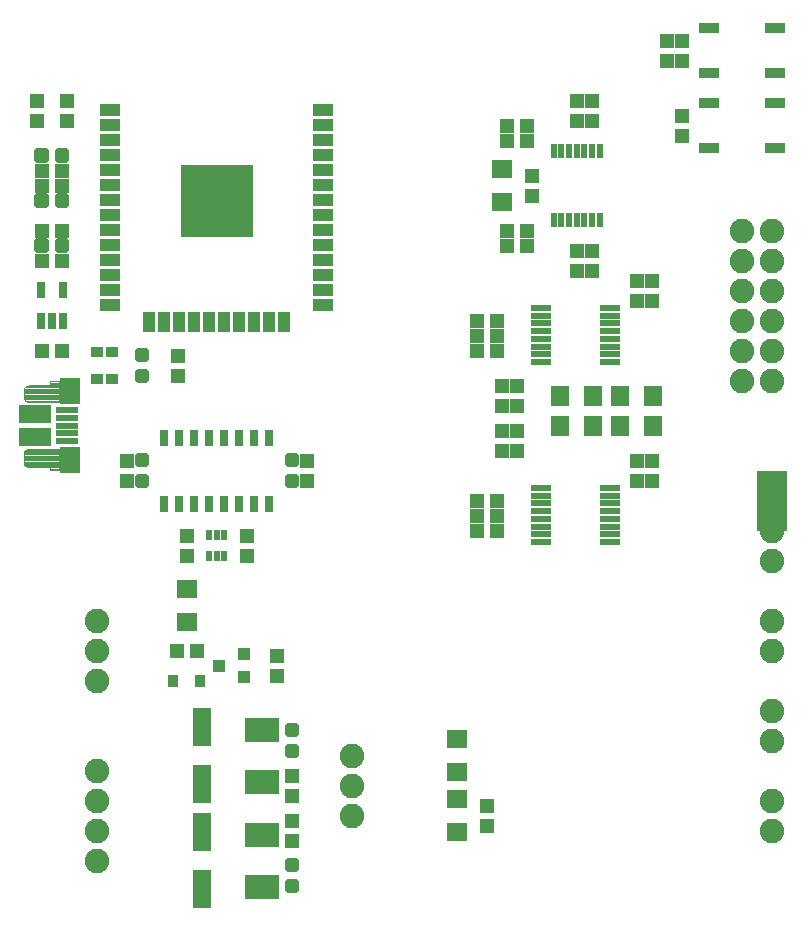
<source format=gts>
G75*
%MOIN*%
%OFA0B0*%
%FSLAX25Y25*%
%IPPOS*%
%LPD*%
%AMOC8*
5,1,8,0,0,1.08239X$1,22.5*
%
%ADD10R,0.10000X0.20000*%
%ADD11R,0.06312X0.12611*%
%ADD12R,0.04737X0.05131*%
%ADD13C,0.01990*%
%ADD14R,0.07690X0.02375*%
%ADD15R,0.06548X0.08674*%
%ADD16R,0.10643X0.06410*%
%ADD17C,0.00400*%
%ADD18R,0.01981X0.03398*%
%ADD19R,0.07099X0.02375*%
%ADD20R,0.02000X0.04700*%
%ADD21C,0.08200*%
%ADD22R,0.06706X0.04343*%
%ADD23R,0.04343X0.06706*%
%ADD24R,0.24422X0.24422*%
%ADD25R,0.03162X0.05524*%
%ADD26R,0.11430X0.07887*%
%ADD27R,0.03280X0.04068*%
%ADD28R,0.02965X0.05524*%
%ADD29R,0.05131X0.04737*%
%ADD30R,0.04068X0.03280*%
%ADD31R,0.04343X0.03950*%
%ADD32R,0.06312X0.07099*%
%ADD33R,0.07099X0.06312*%
%ADD34R,0.06800X0.03800*%
D10*
X0653333Y0141400D03*
D11*
X0463333Y0065849D03*
X0463333Y0046951D03*
X0463333Y0030849D03*
X0463333Y0011951D03*
D12*
X0493333Y0028054D03*
X0493333Y0034746D03*
X0493333Y0043054D03*
X0493333Y0049746D03*
X0488333Y0083054D03*
X0488333Y0089746D03*
X0478333Y0123054D03*
X0478333Y0129746D03*
X0458333Y0129746D03*
X0458333Y0123054D03*
X0438333Y0148054D03*
X0438333Y0154746D03*
X0455333Y0183054D03*
X0455333Y0189746D03*
X0498333Y0154746D03*
X0498333Y0148054D03*
X0563333Y0158054D03*
X0568333Y0158054D03*
X0568333Y0164746D03*
X0563333Y0164746D03*
X0563333Y0173054D03*
X0568333Y0173054D03*
X0568333Y0179746D03*
X0563333Y0179746D03*
X0608333Y0154746D03*
X0613333Y0154746D03*
X0613333Y0148054D03*
X0608333Y0148054D03*
X0608333Y0208054D03*
X0613333Y0208054D03*
X0613333Y0214746D03*
X0608333Y0214746D03*
X0593333Y0218054D03*
X0588333Y0218054D03*
X0588333Y0224746D03*
X0593333Y0224746D03*
X0573333Y0243054D03*
X0573333Y0249746D03*
X0588333Y0268054D03*
X0593333Y0268054D03*
X0593333Y0274746D03*
X0588333Y0274746D03*
X0618333Y0288054D03*
X0623333Y0288054D03*
X0623333Y0294746D03*
X0618333Y0294746D03*
X0623333Y0269746D03*
X0623333Y0263054D03*
X0418333Y0268054D03*
X0408333Y0268054D03*
X0408333Y0274746D03*
X0418333Y0274746D03*
X0558333Y0039746D03*
X0558333Y0033054D03*
D13*
X0494706Y0021226D02*
X0491960Y0021226D01*
X0494706Y0021226D02*
X0494706Y0018480D01*
X0491960Y0018480D01*
X0491960Y0021226D01*
X0491960Y0020370D02*
X0494706Y0020370D01*
X0494706Y0014320D02*
X0491960Y0014320D01*
X0494706Y0014320D02*
X0494706Y0011574D01*
X0491960Y0011574D01*
X0491960Y0014320D01*
X0491960Y0013464D02*
X0494706Y0013464D01*
X0494706Y0059320D02*
X0491960Y0059320D01*
X0494706Y0059320D02*
X0494706Y0056574D01*
X0491960Y0056574D01*
X0491960Y0059320D01*
X0491960Y0058464D02*
X0494706Y0058464D01*
X0494706Y0066226D02*
X0491960Y0066226D01*
X0494706Y0066226D02*
X0494706Y0063480D01*
X0491960Y0063480D01*
X0491960Y0066226D01*
X0491960Y0065370D02*
X0494706Y0065370D01*
X0494706Y0146574D02*
X0491960Y0146574D01*
X0491960Y0149320D01*
X0494706Y0149320D01*
X0494706Y0146574D01*
X0494706Y0148464D02*
X0491960Y0148464D01*
X0491960Y0153480D02*
X0494706Y0153480D01*
X0491960Y0153480D02*
X0491960Y0156226D01*
X0494706Y0156226D01*
X0494706Y0153480D01*
X0494706Y0155370D02*
X0491960Y0155370D01*
X0444706Y0153480D02*
X0441960Y0153480D01*
X0441960Y0156226D01*
X0444706Y0156226D01*
X0444706Y0153480D01*
X0444706Y0155370D02*
X0441960Y0155370D01*
X0441960Y0146574D02*
X0444706Y0146574D01*
X0441960Y0146574D02*
X0441960Y0149320D01*
X0444706Y0149320D01*
X0444706Y0146574D01*
X0444706Y0148464D02*
X0441960Y0148464D01*
X0441960Y0184320D02*
X0444706Y0184320D01*
X0444706Y0181574D01*
X0441960Y0181574D01*
X0441960Y0184320D01*
X0441960Y0183464D02*
X0444706Y0183464D01*
X0444706Y0191226D02*
X0441960Y0191226D01*
X0444706Y0191226D02*
X0444706Y0188480D01*
X0441960Y0188480D01*
X0441960Y0191226D01*
X0441960Y0190370D02*
X0444706Y0190370D01*
X0415413Y0225027D02*
X0415413Y0227773D01*
X0418159Y0227773D01*
X0418159Y0225027D01*
X0415413Y0225027D01*
X0415413Y0226917D02*
X0418159Y0226917D01*
X0408508Y0227773D02*
X0408508Y0225027D01*
X0408508Y0227773D02*
X0411254Y0227773D01*
X0411254Y0225027D01*
X0408508Y0225027D01*
X0408508Y0226917D02*
X0411254Y0226917D01*
X0411254Y0240027D02*
X0411254Y0242773D01*
X0411254Y0240027D02*
X0408508Y0240027D01*
X0408508Y0242773D01*
X0411254Y0242773D01*
X0411254Y0241917D02*
X0408508Y0241917D01*
X0418159Y0242773D02*
X0418159Y0240027D01*
X0415413Y0240027D01*
X0415413Y0242773D01*
X0418159Y0242773D01*
X0418159Y0241917D02*
X0415413Y0241917D01*
X0418159Y0255027D02*
X0418159Y0257773D01*
X0418159Y0255027D02*
X0415413Y0255027D01*
X0415413Y0257773D01*
X0418159Y0257773D01*
X0418159Y0256917D02*
X0415413Y0256917D01*
X0411254Y0257773D02*
X0411254Y0255027D01*
X0408508Y0255027D01*
X0408508Y0257773D01*
X0411254Y0257773D01*
X0411254Y0256917D02*
X0408508Y0256917D01*
D14*
X0418333Y0171518D03*
X0418333Y0168959D03*
X0418333Y0166400D03*
X0418333Y0163841D03*
X0418333Y0161282D03*
D15*
X0419416Y0154983D03*
X0419416Y0177817D03*
D16*
X0407802Y0170189D03*
X0407802Y0162611D03*
D17*
X0404052Y0153884D02*
X0404113Y0153578D01*
X0404240Y0153293D01*
X0404427Y0153044D01*
X0404664Y0152842D01*
X0404941Y0152699D01*
X0405243Y0152620D01*
X0412723Y0152620D01*
X0412723Y0151439D01*
X0415873Y0151439D01*
X0415873Y0158526D01*
X0405243Y0158526D01*
X0404980Y0158496D01*
X0404730Y0158409D01*
X0404506Y0158268D01*
X0404319Y0158081D01*
X0404179Y0157857D01*
X0404091Y0157608D01*
X0404062Y0157345D01*
X0404062Y0154195D01*
X0404052Y0153884D01*
X0404057Y0154030D02*
X0415873Y0154030D01*
X0415873Y0154428D02*
X0404062Y0154428D01*
X0404062Y0154827D02*
X0415873Y0154827D01*
X0415873Y0155225D02*
X0404062Y0155225D01*
X0404062Y0155624D02*
X0415873Y0155624D01*
X0415873Y0156022D02*
X0404062Y0156022D01*
X0404062Y0156421D02*
X0415873Y0156421D01*
X0415873Y0156819D02*
X0404062Y0156819D01*
X0404062Y0157218D02*
X0415873Y0157218D01*
X0415873Y0157616D02*
X0404094Y0157616D01*
X0404278Y0158015D02*
X0415873Y0158015D01*
X0415873Y0158413D02*
X0404743Y0158413D01*
X0404102Y0153631D02*
X0415873Y0153631D01*
X0415873Y0153233D02*
X0404285Y0153233D01*
X0404680Y0152834D02*
X0415873Y0152834D01*
X0415873Y0152436D02*
X0412723Y0152436D01*
X0412723Y0152037D02*
X0415873Y0152037D01*
X0415873Y0151639D02*
X0412723Y0151639D01*
X0415873Y0174274D02*
X0405636Y0174274D01*
X0405325Y0174265D01*
X0405019Y0174325D01*
X0404734Y0174452D01*
X0404485Y0174639D01*
X0404284Y0174877D01*
X0404140Y0175153D01*
X0404062Y0175455D01*
X0404062Y0178211D01*
X0404101Y0178561D01*
X0404218Y0178894D01*
X0404405Y0179193D01*
X0404655Y0179442D01*
X0404953Y0179630D01*
X0405286Y0179746D01*
X0405636Y0179786D01*
X0412723Y0179786D01*
X0412723Y0181361D01*
X0415873Y0181361D01*
X0415873Y0174274D01*
X0415873Y0174354D02*
X0404954Y0174354D01*
X0404389Y0174752D02*
X0415873Y0174752D01*
X0415873Y0175151D02*
X0404141Y0175151D01*
X0404062Y0175549D02*
X0415873Y0175549D01*
X0415873Y0175948D02*
X0404062Y0175948D01*
X0404062Y0176346D02*
X0415873Y0176346D01*
X0415873Y0176745D02*
X0404062Y0176745D01*
X0404062Y0177143D02*
X0415873Y0177143D01*
X0415873Y0177542D02*
X0404062Y0177542D01*
X0404062Y0177941D02*
X0415873Y0177941D01*
X0415873Y0178339D02*
X0404076Y0178339D01*
X0404163Y0178738D02*
X0415873Y0178738D01*
X0415873Y0179136D02*
X0404370Y0179136D01*
X0404802Y0179535D02*
X0415873Y0179535D01*
X0415873Y0179933D02*
X0412723Y0179933D01*
X0412723Y0180332D02*
X0415873Y0180332D01*
X0415873Y0180730D02*
X0412723Y0180730D01*
X0412723Y0181129D02*
X0415873Y0181129D01*
D18*
X0465774Y0130022D03*
X0468333Y0130022D03*
X0470892Y0130022D03*
X0470892Y0122778D03*
X0468333Y0122778D03*
X0465774Y0122778D03*
D19*
X0576325Y0127640D03*
X0576325Y0130199D03*
X0576325Y0132758D03*
X0576325Y0135317D03*
X0576325Y0137876D03*
X0576325Y0140435D03*
X0576325Y0142994D03*
X0576325Y0145554D03*
X0599554Y0145554D03*
X0599554Y0142994D03*
X0599554Y0140435D03*
X0599554Y0137876D03*
X0599554Y0135317D03*
X0599554Y0132758D03*
X0599554Y0130199D03*
X0599554Y0127640D03*
X0599554Y0187640D03*
X0599554Y0190199D03*
X0599554Y0192758D03*
X0599554Y0195317D03*
X0599554Y0197876D03*
X0599554Y0200435D03*
X0599554Y0202994D03*
X0599554Y0205554D03*
X0576325Y0205554D03*
X0576325Y0202994D03*
X0576325Y0200435D03*
X0576325Y0197876D03*
X0576325Y0195317D03*
X0576325Y0192758D03*
X0576325Y0190199D03*
X0576325Y0187640D03*
D20*
X0580656Y0234913D03*
X0583215Y0234913D03*
X0585774Y0234913D03*
X0588333Y0234913D03*
X0590892Y0234913D03*
X0593451Y0234913D03*
X0596010Y0234913D03*
X0596010Y0257887D03*
X0593451Y0257887D03*
X0590892Y0257887D03*
X0588333Y0257887D03*
X0585774Y0257887D03*
X0583215Y0257887D03*
X0580656Y0257887D03*
D21*
X0643333Y0231400D03*
X0653333Y0231400D03*
X0653333Y0221400D03*
X0643333Y0221400D03*
X0643333Y0211400D03*
X0653333Y0211400D03*
X0653333Y0201400D03*
X0643333Y0201400D03*
X0643333Y0191400D03*
X0653333Y0191400D03*
X0653333Y0181400D03*
X0643333Y0181400D03*
X0653333Y0131400D03*
X0653333Y0121400D03*
X0653333Y0101400D03*
X0653333Y0091400D03*
X0653333Y0071400D03*
X0653333Y0061400D03*
X0653333Y0041400D03*
X0653333Y0031400D03*
X0513333Y0036400D03*
X0513333Y0046400D03*
X0513333Y0056400D03*
X0428333Y0051400D03*
X0428333Y0041400D03*
X0428333Y0031400D03*
X0428333Y0021400D03*
X0428333Y0081400D03*
X0428333Y0091400D03*
X0428333Y0101400D03*
D22*
X0432900Y0206715D03*
X0432900Y0211715D03*
X0432900Y0216715D03*
X0432900Y0221715D03*
X0432900Y0226715D03*
X0432900Y0231715D03*
X0432900Y0236715D03*
X0432900Y0241715D03*
X0432900Y0246715D03*
X0432900Y0251715D03*
X0432900Y0256715D03*
X0432900Y0261715D03*
X0432900Y0266715D03*
X0432900Y0271715D03*
X0503766Y0271715D03*
X0503766Y0266715D03*
X0503766Y0261715D03*
X0503766Y0256715D03*
X0503766Y0251715D03*
X0503766Y0246715D03*
X0503766Y0241715D03*
X0503766Y0236715D03*
X0503766Y0231715D03*
X0503766Y0226715D03*
X0503766Y0221715D03*
X0503766Y0216715D03*
X0503766Y0211715D03*
X0503766Y0206715D03*
D23*
X0490833Y0200849D03*
X0485833Y0200849D03*
X0480833Y0200849D03*
X0475833Y0200849D03*
X0470833Y0200849D03*
X0465833Y0200849D03*
X0460833Y0200849D03*
X0455833Y0200849D03*
X0450833Y0200849D03*
X0445833Y0200849D03*
D24*
X0468333Y0241400D03*
D25*
X0465833Y0162424D03*
X0460833Y0162424D03*
X0455833Y0162424D03*
X0450833Y0162424D03*
X0470833Y0162424D03*
X0475833Y0162424D03*
X0480833Y0162424D03*
X0485833Y0162424D03*
X0485833Y0140376D03*
X0480833Y0140376D03*
X0475833Y0140376D03*
X0470833Y0140376D03*
X0465833Y0140376D03*
X0460833Y0140376D03*
X0455833Y0140376D03*
X0450833Y0140376D03*
D26*
X0483333Y0065061D03*
X0483333Y0047739D03*
X0483333Y0030061D03*
X0483333Y0012739D03*
D27*
X0462861Y0081400D03*
X0453806Y0081400D03*
D28*
X0417073Y0201281D03*
X0413333Y0201281D03*
X0409593Y0201281D03*
X0409593Y0211519D03*
X0417073Y0211519D03*
D29*
X0416680Y0221400D03*
X0409987Y0221400D03*
X0409987Y0231400D03*
X0416680Y0231400D03*
X0416680Y0246400D03*
X0416680Y0251400D03*
X0409987Y0251400D03*
X0409987Y0246400D03*
X0409987Y0191400D03*
X0416680Y0191400D03*
X0554987Y0191400D03*
X0554987Y0196400D03*
X0561680Y0196400D03*
X0561680Y0191400D03*
X0561680Y0201400D03*
X0554987Y0201400D03*
X0564987Y0226400D03*
X0571680Y0226400D03*
X0571680Y0231400D03*
X0564987Y0231400D03*
X0564987Y0261400D03*
X0571680Y0261400D03*
X0571680Y0266400D03*
X0564987Y0266400D03*
X0561680Y0141400D03*
X0561680Y0136400D03*
X0554987Y0136400D03*
X0554987Y0141400D03*
X0554987Y0131400D03*
X0561680Y0131400D03*
X0461680Y0091400D03*
X0454987Y0091400D03*
D30*
X0433333Y0181872D03*
X0428333Y0181872D03*
X0428333Y0190928D03*
X0433333Y0190928D03*
D31*
X0477270Y0090140D03*
X0469003Y0086400D03*
X0477270Y0082660D03*
D32*
X0582822Y0166400D03*
X0593845Y0166400D03*
X0602822Y0166400D03*
X0613845Y0166400D03*
X0613845Y0176400D03*
X0602822Y0176400D03*
X0593845Y0176400D03*
X0582822Y0176400D03*
D33*
X0563333Y0240888D03*
X0563333Y0251912D03*
X0458333Y0111912D03*
X0458333Y0100888D03*
X0548333Y0061912D03*
X0548333Y0050888D03*
X0548333Y0041912D03*
X0548333Y0030888D03*
D34*
X0632333Y0258900D03*
X0654333Y0258900D03*
X0654333Y0273900D03*
X0632333Y0273900D03*
X0632333Y0283900D03*
X0654333Y0283900D03*
X0654333Y0298900D03*
X0632333Y0298900D03*
M02*

</source>
